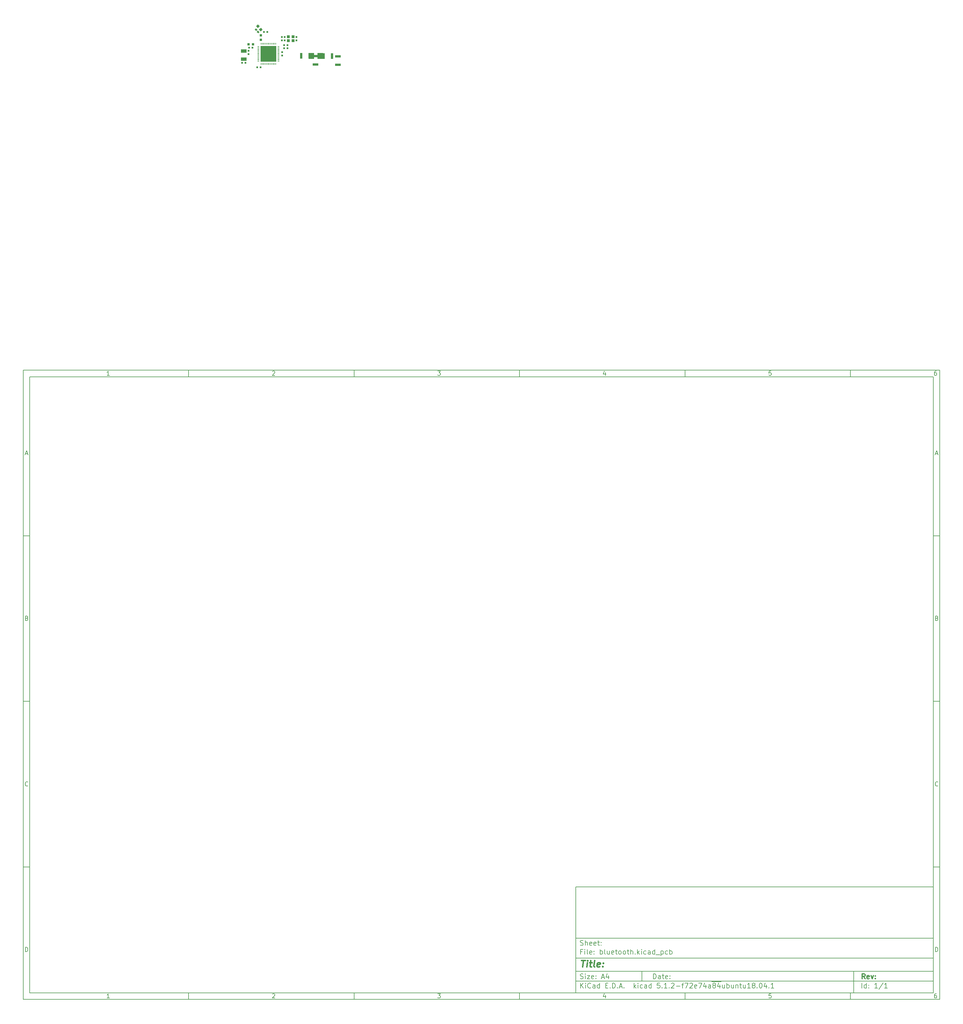
<source format=gbr>
%TF.GenerationSoftware,KiCad,Pcbnew,5.1.2-f72e74a~84~ubuntu18.04.1*%
%TF.CreationDate,2019-07-21T14:48:09+03:00*%
%TF.ProjectId,bluetooth,626c7565-746f-46f7-9468-2e6b69636164,rev?*%
%TF.SameCoordinates,Original*%
%TF.FileFunction,Paste,Top*%
%TF.FilePolarity,Positive*%
%FSLAX46Y46*%
G04 Gerber Fmt 4.6, Leading zero omitted, Abs format (unit mm)*
G04 Created by KiCad (PCBNEW 5.1.2-f72e74a~84~ubuntu18.04.1) date 2019-07-21 14:48:09*
%MOMM*%
%LPD*%
G04 APERTURE LIST*
%ADD10C,0.100000*%
%ADD11C,0.150000*%
%ADD12C,0.300000*%
%ADD13C,0.400000*%
%ADD14R,0.800000X1.750000*%
%ADD15R,1.750000X0.800000*%
%ADD16O,0.650000X0.200000*%
%ADD17O,0.200000X0.650000*%
%ADD18R,4.700000X4.700000*%
%ADD19R,0.600000X0.500000*%
%ADD20C,0.750000*%
%ADD21C,0.500000*%
%ADD22R,0.800000X0.750000*%
%ADD23R,0.500000X0.600000*%
%ADD24R,0.950000X0.850000*%
%ADD25R,0.750000X0.800000*%
%ADD26R,1.800000X1.000000*%
G04 APERTURE END LIST*
D10*
D11*
X177002200Y-166007200D02*
X177002200Y-198007200D01*
X285002200Y-198007200D01*
X285002200Y-166007200D01*
X177002200Y-166007200D01*
D10*
D11*
X10000000Y-10000000D02*
X10000000Y-200007200D01*
X287002200Y-200007200D01*
X287002200Y-10000000D01*
X10000000Y-10000000D01*
D10*
D11*
X12000000Y-12000000D02*
X12000000Y-198007200D01*
X285002200Y-198007200D01*
X285002200Y-12000000D01*
X12000000Y-12000000D01*
D10*
D11*
X60000000Y-12000000D02*
X60000000Y-10000000D01*
D10*
D11*
X110000000Y-12000000D02*
X110000000Y-10000000D01*
D10*
D11*
X160000000Y-12000000D02*
X160000000Y-10000000D01*
D10*
D11*
X210000000Y-12000000D02*
X210000000Y-10000000D01*
D10*
D11*
X260000000Y-12000000D02*
X260000000Y-10000000D01*
D10*
D11*
X36065476Y-11588095D02*
X35322619Y-11588095D01*
X35694047Y-11588095D02*
X35694047Y-10288095D01*
X35570238Y-10473809D01*
X35446428Y-10597619D01*
X35322619Y-10659523D01*
D10*
D11*
X85322619Y-10411904D02*
X85384523Y-10350000D01*
X85508333Y-10288095D01*
X85817857Y-10288095D01*
X85941666Y-10350000D01*
X86003571Y-10411904D01*
X86065476Y-10535714D01*
X86065476Y-10659523D01*
X86003571Y-10845238D01*
X85260714Y-11588095D01*
X86065476Y-11588095D01*
D10*
D11*
X135260714Y-10288095D02*
X136065476Y-10288095D01*
X135632142Y-10783333D01*
X135817857Y-10783333D01*
X135941666Y-10845238D01*
X136003571Y-10907142D01*
X136065476Y-11030952D01*
X136065476Y-11340476D01*
X136003571Y-11464285D01*
X135941666Y-11526190D01*
X135817857Y-11588095D01*
X135446428Y-11588095D01*
X135322619Y-11526190D01*
X135260714Y-11464285D01*
D10*
D11*
X185941666Y-10721428D02*
X185941666Y-11588095D01*
X185632142Y-10226190D02*
X185322619Y-11154761D01*
X186127380Y-11154761D01*
D10*
D11*
X236003571Y-10288095D02*
X235384523Y-10288095D01*
X235322619Y-10907142D01*
X235384523Y-10845238D01*
X235508333Y-10783333D01*
X235817857Y-10783333D01*
X235941666Y-10845238D01*
X236003571Y-10907142D01*
X236065476Y-11030952D01*
X236065476Y-11340476D01*
X236003571Y-11464285D01*
X235941666Y-11526190D01*
X235817857Y-11588095D01*
X235508333Y-11588095D01*
X235384523Y-11526190D01*
X235322619Y-11464285D01*
D10*
D11*
X285941666Y-10288095D02*
X285694047Y-10288095D01*
X285570238Y-10350000D01*
X285508333Y-10411904D01*
X285384523Y-10597619D01*
X285322619Y-10845238D01*
X285322619Y-11340476D01*
X285384523Y-11464285D01*
X285446428Y-11526190D01*
X285570238Y-11588095D01*
X285817857Y-11588095D01*
X285941666Y-11526190D01*
X286003571Y-11464285D01*
X286065476Y-11340476D01*
X286065476Y-11030952D01*
X286003571Y-10907142D01*
X285941666Y-10845238D01*
X285817857Y-10783333D01*
X285570238Y-10783333D01*
X285446428Y-10845238D01*
X285384523Y-10907142D01*
X285322619Y-11030952D01*
D10*
D11*
X60000000Y-198007200D02*
X60000000Y-200007200D01*
D10*
D11*
X110000000Y-198007200D02*
X110000000Y-200007200D01*
D10*
D11*
X160000000Y-198007200D02*
X160000000Y-200007200D01*
D10*
D11*
X210000000Y-198007200D02*
X210000000Y-200007200D01*
D10*
D11*
X260000000Y-198007200D02*
X260000000Y-200007200D01*
D10*
D11*
X36065476Y-199595295D02*
X35322619Y-199595295D01*
X35694047Y-199595295D02*
X35694047Y-198295295D01*
X35570238Y-198481009D01*
X35446428Y-198604819D01*
X35322619Y-198666723D01*
D10*
D11*
X85322619Y-198419104D02*
X85384523Y-198357200D01*
X85508333Y-198295295D01*
X85817857Y-198295295D01*
X85941666Y-198357200D01*
X86003571Y-198419104D01*
X86065476Y-198542914D01*
X86065476Y-198666723D01*
X86003571Y-198852438D01*
X85260714Y-199595295D01*
X86065476Y-199595295D01*
D10*
D11*
X135260714Y-198295295D02*
X136065476Y-198295295D01*
X135632142Y-198790533D01*
X135817857Y-198790533D01*
X135941666Y-198852438D01*
X136003571Y-198914342D01*
X136065476Y-199038152D01*
X136065476Y-199347676D01*
X136003571Y-199471485D01*
X135941666Y-199533390D01*
X135817857Y-199595295D01*
X135446428Y-199595295D01*
X135322619Y-199533390D01*
X135260714Y-199471485D01*
D10*
D11*
X185941666Y-198728628D02*
X185941666Y-199595295D01*
X185632142Y-198233390D02*
X185322619Y-199161961D01*
X186127380Y-199161961D01*
D10*
D11*
X236003571Y-198295295D02*
X235384523Y-198295295D01*
X235322619Y-198914342D01*
X235384523Y-198852438D01*
X235508333Y-198790533D01*
X235817857Y-198790533D01*
X235941666Y-198852438D01*
X236003571Y-198914342D01*
X236065476Y-199038152D01*
X236065476Y-199347676D01*
X236003571Y-199471485D01*
X235941666Y-199533390D01*
X235817857Y-199595295D01*
X235508333Y-199595295D01*
X235384523Y-199533390D01*
X235322619Y-199471485D01*
D10*
D11*
X285941666Y-198295295D02*
X285694047Y-198295295D01*
X285570238Y-198357200D01*
X285508333Y-198419104D01*
X285384523Y-198604819D01*
X285322619Y-198852438D01*
X285322619Y-199347676D01*
X285384523Y-199471485D01*
X285446428Y-199533390D01*
X285570238Y-199595295D01*
X285817857Y-199595295D01*
X285941666Y-199533390D01*
X286003571Y-199471485D01*
X286065476Y-199347676D01*
X286065476Y-199038152D01*
X286003571Y-198914342D01*
X285941666Y-198852438D01*
X285817857Y-198790533D01*
X285570238Y-198790533D01*
X285446428Y-198852438D01*
X285384523Y-198914342D01*
X285322619Y-199038152D01*
D10*
D11*
X10000000Y-60000000D02*
X12000000Y-60000000D01*
D10*
D11*
X10000000Y-110000000D02*
X12000000Y-110000000D01*
D10*
D11*
X10000000Y-160000000D02*
X12000000Y-160000000D01*
D10*
D11*
X10690476Y-35216666D02*
X11309523Y-35216666D01*
X10566666Y-35588095D02*
X11000000Y-34288095D01*
X11433333Y-35588095D01*
D10*
D11*
X11092857Y-84907142D02*
X11278571Y-84969047D01*
X11340476Y-85030952D01*
X11402380Y-85154761D01*
X11402380Y-85340476D01*
X11340476Y-85464285D01*
X11278571Y-85526190D01*
X11154761Y-85588095D01*
X10659523Y-85588095D01*
X10659523Y-84288095D01*
X11092857Y-84288095D01*
X11216666Y-84350000D01*
X11278571Y-84411904D01*
X11340476Y-84535714D01*
X11340476Y-84659523D01*
X11278571Y-84783333D01*
X11216666Y-84845238D01*
X11092857Y-84907142D01*
X10659523Y-84907142D01*
D10*
D11*
X11402380Y-135464285D02*
X11340476Y-135526190D01*
X11154761Y-135588095D01*
X11030952Y-135588095D01*
X10845238Y-135526190D01*
X10721428Y-135402380D01*
X10659523Y-135278571D01*
X10597619Y-135030952D01*
X10597619Y-134845238D01*
X10659523Y-134597619D01*
X10721428Y-134473809D01*
X10845238Y-134350000D01*
X11030952Y-134288095D01*
X11154761Y-134288095D01*
X11340476Y-134350000D01*
X11402380Y-134411904D01*
D10*
D11*
X10659523Y-185588095D02*
X10659523Y-184288095D01*
X10969047Y-184288095D01*
X11154761Y-184350000D01*
X11278571Y-184473809D01*
X11340476Y-184597619D01*
X11402380Y-184845238D01*
X11402380Y-185030952D01*
X11340476Y-185278571D01*
X11278571Y-185402380D01*
X11154761Y-185526190D01*
X10969047Y-185588095D01*
X10659523Y-185588095D01*
D10*
D11*
X287002200Y-60000000D02*
X285002200Y-60000000D01*
D10*
D11*
X287002200Y-110000000D02*
X285002200Y-110000000D01*
D10*
D11*
X287002200Y-160000000D02*
X285002200Y-160000000D01*
D10*
D11*
X285692676Y-35216666D02*
X286311723Y-35216666D01*
X285568866Y-35588095D02*
X286002200Y-34288095D01*
X286435533Y-35588095D01*
D10*
D11*
X286095057Y-84907142D02*
X286280771Y-84969047D01*
X286342676Y-85030952D01*
X286404580Y-85154761D01*
X286404580Y-85340476D01*
X286342676Y-85464285D01*
X286280771Y-85526190D01*
X286156961Y-85588095D01*
X285661723Y-85588095D01*
X285661723Y-84288095D01*
X286095057Y-84288095D01*
X286218866Y-84350000D01*
X286280771Y-84411904D01*
X286342676Y-84535714D01*
X286342676Y-84659523D01*
X286280771Y-84783333D01*
X286218866Y-84845238D01*
X286095057Y-84907142D01*
X285661723Y-84907142D01*
D10*
D11*
X286404580Y-135464285D02*
X286342676Y-135526190D01*
X286156961Y-135588095D01*
X286033152Y-135588095D01*
X285847438Y-135526190D01*
X285723628Y-135402380D01*
X285661723Y-135278571D01*
X285599819Y-135030952D01*
X285599819Y-134845238D01*
X285661723Y-134597619D01*
X285723628Y-134473809D01*
X285847438Y-134350000D01*
X286033152Y-134288095D01*
X286156961Y-134288095D01*
X286342676Y-134350000D01*
X286404580Y-134411904D01*
D10*
D11*
X285661723Y-185588095D02*
X285661723Y-184288095D01*
X285971247Y-184288095D01*
X286156961Y-184350000D01*
X286280771Y-184473809D01*
X286342676Y-184597619D01*
X286404580Y-184845238D01*
X286404580Y-185030952D01*
X286342676Y-185278571D01*
X286280771Y-185402380D01*
X286156961Y-185526190D01*
X285971247Y-185588095D01*
X285661723Y-185588095D01*
D10*
D11*
X200434342Y-193785771D02*
X200434342Y-192285771D01*
X200791485Y-192285771D01*
X201005771Y-192357200D01*
X201148628Y-192500057D01*
X201220057Y-192642914D01*
X201291485Y-192928628D01*
X201291485Y-193142914D01*
X201220057Y-193428628D01*
X201148628Y-193571485D01*
X201005771Y-193714342D01*
X200791485Y-193785771D01*
X200434342Y-193785771D01*
X202577200Y-193785771D02*
X202577200Y-193000057D01*
X202505771Y-192857200D01*
X202362914Y-192785771D01*
X202077200Y-192785771D01*
X201934342Y-192857200D01*
X202577200Y-193714342D02*
X202434342Y-193785771D01*
X202077200Y-193785771D01*
X201934342Y-193714342D01*
X201862914Y-193571485D01*
X201862914Y-193428628D01*
X201934342Y-193285771D01*
X202077200Y-193214342D01*
X202434342Y-193214342D01*
X202577200Y-193142914D01*
X203077200Y-192785771D02*
X203648628Y-192785771D01*
X203291485Y-192285771D02*
X203291485Y-193571485D01*
X203362914Y-193714342D01*
X203505771Y-193785771D01*
X203648628Y-193785771D01*
X204720057Y-193714342D02*
X204577200Y-193785771D01*
X204291485Y-193785771D01*
X204148628Y-193714342D01*
X204077200Y-193571485D01*
X204077200Y-193000057D01*
X204148628Y-192857200D01*
X204291485Y-192785771D01*
X204577200Y-192785771D01*
X204720057Y-192857200D01*
X204791485Y-193000057D01*
X204791485Y-193142914D01*
X204077200Y-193285771D01*
X205434342Y-193642914D02*
X205505771Y-193714342D01*
X205434342Y-193785771D01*
X205362914Y-193714342D01*
X205434342Y-193642914D01*
X205434342Y-193785771D01*
X205434342Y-192857200D02*
X205505771Y-192928628D01*
X205434342Y-193000057D01*
X205362914Y-192928628D01*
X205434342Y-192857200D01*
X205434342Y-193000057D01*
D10*
D11*
X177002200Y-194507200D02*
X285002200Y-194507200D01*
D10*
D11*
X178434342Y-196585771D02*
X178434342Y-195085771D01*
X179291485Y-196585771D02*
X178648628Y-195728628D01*
X179291485Y-195085771D02*
X178434342Y-195942914D01*
X179934342Y-196585771D02*
X179934342Y-195585771D01*
X179934342Y-195085771D02*
X179862914Y-195157200D01*
X179934342Y-195228628D01*
X180005771Y-195157200D01*
X179934342Y-195085771D01*
X179934342Y-195228628D01*
X181505771Y-196442914D02*
X181434342Y-196514342D01*
X181220057Y-196585771D01*
X181077200Y-196585771D01*
X180862914Y-196514342D01*
X180720057Y-196371485D01*
X180648628Y-196228628D01*
X180577200Y-195942914D01*
X180577200Y-195728628D01*
X180648628Y-195442914D01*
X180720057Y-195300057D01*
X180862914Y-195157200D01*
X181077200Y-195085771D01*
X181220057Y-195085771D01*
X181434342Y-195157200D01*
X181505771Y-195228628D01*
X182791485Y-196585771D02*
X182791485Y-195800057D01*
X182720057Y-195657200D01*
X182577200Y-195585771D01*
X182291485Y-195585771D01*
X182148628Y-195657200D01*
X182791485Y-196514342D02*
X182648628Y-196585771D01*
X182291485Y-196585771D01*
X182148628Y-196514342D01*
X182077200Y-196371485D01*
X182077200Y-196228628D01*
X182148628Y-196085771D01*
X182291485Y-196014342D01*
X182648628Y-196014342D01*
X182791485Y-195942914D01*
X184148628Y-196585771D02*
X184148628Y-195085771D01*
X184148628Y-196514342D02*
X184005771Y-196585771D01*
X183720057Y-196585771D01*
X183577200Y-196514342D01*
X183505771Y-196442914D01*
X183434342Y-196300057D01*
X183434342Y-195871485D01*
X183505771Y-195728628D01*
X183577200Y-195657200D01*
X183720057Y-195585771D01*
X184005771Y-195585771D01*
X184148628Y-195657200D01*
X186005771Y-195800057D02*
X186505771Y-195800057D01*
X186720057Y-196585771D02*
X186005771Y-196585771D01*
X186005771Y-195085771D01*
X186720057Y-195085771D01*
X187362914Y-196442914D02*
X187434342Y-196514342D01*
X187362914Y-196585771D01*
X187291485Y-196514342D01*
X187362914Y-196442914D01*
X187362914Y-196585771D01*
X188077200Y-196585771D02*
X188077200Y-195085771D01*
X188434342Y-195085771D01*
X188648628Y-195157200D01*
X188791485Y-195300057D01*
X188862914Y-195442914D01*
X188934342Y-195728628D01*
X188934342Y-195942914D01*
X188862914Y-196228628D01*
X188791485Y-196371485D01*
X188648628Y-196514342D01*
X188434342Y-196585771D01*
X188077200Y-196585771D01*
X189577200Y-196442914D02*
X189648628Y-196514342D01*
X189577200Y-196585771D01*
X189505771Y-196514342D01*
X189577200Y-196442914D01*
X189577200Y-196585771D01*
X190220057Y-196157200D02*
X190934342Y-196157200D01*
X190077200Y-196585771D02*
X190577200Y-195085771D01*
X191077200Y-196585771D01*
X191577200Y-196442914D02*
X191648628Y-196514342D01*
X191577200Y-196585771D01*
X191505771Y-196514342D01*
X191577200Y-196442914D01*
X191577200Y-196585771D01*
X194577200Y-196585771D02*
X194577200Y-195085771D01*
X194720057Y-196014342D02*
X195148628Y-196585771D01*
X195148628Y-195585771D02*
X194577200Y-196157200D01*
X195791485Y-196585771D02*
X195791485Y-195585771D01*
X195791485Y-195085771D02*
X195720057Y-195157200D01*
X195791485Y-195228628D01*
X195862914Y-195157200D01*
X195791485Y-195085771D01*
X195791485Y-195228628D01*
X197148628Y-196514342D02*
X197005771Y-196585771D01*
X196720057Y-196585771D01*
X196577200Y-196514342D01*
X196505771Y-196442914D01*
X196434342Y-196300057D01*
X196434342Y-195871485D01*
X196505771Y-195728628D01*
X196577200Y-195657200D01*
X196720057Y-195585771D01*
X197005771Y-195585771D01*
X197148628Y-195657200D01*
X198434342Y-196585771D02*
X198434342Y-195800057D01*
X198362914Y-195657200D01*
X198220057Y-195585771D01*
X197934342Y-195585771D01*
X197791485Y-195657200D01*
X198434342Y-196514342D02*
X198291485Y-196585771D01*
X197934342Y-196585771D01*
X197791485Y-196514342D01*
X197720057Y-196371485D01*
X197720057Y-196228628D01*
X197791485Y-196085771D01*
X197934342Y-196014342D01*
X198291485Y-196014342D01*
X198434342Y-195942914D01*
X199791485Y-196585771D02*
X199791485Y-195085771D01*
X199791485Y-196514342D02*
X199648628Y-196585771D01*
X199362914Y-196585771D01*
X199220057Y-196514342D01*
X199148628Y-196442914D01*
X199077200Y-196300057D01*
X199077200Y-195871485D01*
X199148628Y-195728628D01*
X199220057Y-195657200D01*
X199362914Y-195585771D01*
X199648628Y-195585771D01*
X199791485Y-195657200D01*
X202362914Y-195085771D02*
X201648628Y-195085771D01*
X201577200Y-195800057D01*
X201648628Y-195728628D01*
X201791485Y-195657200D01*
X202148628Y-195657200D01*
X202291485Y-195728628D01*
X202362914Y-195800057D01*
X202434342Y-195942914D01*
X202434342Y-196300057D01*
X202362914Y-196442914D01*
X202291485Y-196514342D01*
X202148628Y-196585771D01*
X201791485Y-196585771D01*
X201648628Y-196514342D01*
X201577200Y-196442914D01*
X203077200Y-196442914D02*
X203148628Y-196514342D01*
X203077200Y-196585771D01*
X203005771Y-196514342D01*
X203077200Y-196442914D01*
X203077200Y-196585771D01*
X204577200Y-196585771D02*
X203720057Y-196585771D01*
X204148628Y-196585771D02*
X204148628Y-195085771D01*
X204005771Y-195300057D01*
X203862914Y-195442914D01*
X203720057Y-195514342D01*
X205220057Y-196442914D02*
X205291485Y-196514342D01*
X205220057Y-196585771D01*
X205148628Y-196514342D01*
X205220057Y-196442914D01*
X205220057Y-196585771D01*
X205862914Y-195228628D02*
X205934342Y-195157200D01*
X206077200Y-195085771D01*
X206434342Y-195085771D01*
X206577200Y-195157200D01*
X206648628Y-195228628D01*
X206720057Y-195371485D01*
X206720057Y-195514342D01*
X206648628Y-195728628D01*
X205791485Y-196585771D01*
X206720057Y-196585771D01*
X207362914Y-196014342D02*
X208505771Y-196014342D01*
X209005771Y-195585771D02*
X209577200Y-195585771D01*
X209220057Y-196585771D02*
X209220057Y-195300057D01*
X209291485Y-195157200D01*
X209434342Y-195085771D01*
X209577200Y-195085771D01*
X209934342Y-195085771D02*
X210934342Y-195085771D01*
X210291485Y-196585771D01*
X211434342Y-195228628D02*
X211505771Y-195157200D01*
X211648628Y-195085771D01*
X212005771Y-195085771D01*
X212148628Y-195157200D01*
X212220057Y-195228628D01*
X212291485Y-195371485D01*
X212291485Y-195514342D01*
X212220057Y-195728628D01*
X211362914Y-196585771D01*
X212291485Y-196585771D01*
X213505771Y-196514342D02*
X213362914Y-196585771D01*
X213077200Y-196585771D01*
X212934342Y-196514342D01*
X212862914Y-196371485D01*
X212862914Y-195800057D01*
X212934342Y-195657200D01*
X213077200Y-195585771D01*
X213362914Y-195585771D01*
X213505771Y-195657200D01*
X213577200Y-195800057D01*
X213577200Y-195942914D01*
X212862914Y-196085771D01*
X214077200Y-195085771D02*
X215077200Y-195085771D01*
X214434342Y-196585771D01*
X216291485Y-195585771D02*
X216291485Y-196585771D01*
X215934342Y-195014342D02*
X215577200Y-196085771D01*
X216505771Y-196085771D01*
X217720057Y-196585771D02*
X217720057Y-195800057D01*
X217648628Y-195657200D01*
X217505771Y-195585771D01*
X217220057Y-195585771D01*
X217077200Y-195657200D01*
X217720057Y-196514342D02*
X217577200Y-196585771D01*
X217220057Y-196585771D01*
X217077200Y-196514342D01*
X217005771Y-196371485D01*
X217005771Y-196228628D01*
X217077200Y-196085771D01*
X217220057Y-196014342D01*
X217577200Y-196014342D01*
X217720057Y-195942914D01*
X218077200Y-194677200D02*
X219505771Y-194677200D01*
X218648628Y-195728628D02*
X218505771Y-195657200D01*
X218434342Y-195585771D01*
X218362914Y-195442914D01*
X218362914Y-195371485D01*
X218434342Y-195228628D01*
X218505771Y-195157200D01*
X218648628Y-195085771D01*
X218934342Y-195085771D01*
X219077200Y-195157200D01*
X219148628Y-195228628D01*
X219220057Y-195371485D01*
X219220057Y-195442914D01*
X219148628Y-195585771D01*
X219077200Y-195657200D01*
X218934342Y-195728628D01*
X218648628Y-195728628D01*
X218505771Y-195800057D01*
X218434342Y-195871485D01*
X218362914Y-196014342D01*
X218362914Y-196300057D01*
X218434342Y-196442914D01*
X218505771Y-196514342D01*
X218648628Y-196585771D01*
X218934342Y-196585771D01*
X219077200Y-196514342D01*
X219148628Y-196442914D01*
X219220057Y-196300057D01*
X219220057Y-196014342D01*
X219148628Y-195871485D01*
X219077200Y-195800057D01*
X218934342Y-195728628D01*
X219505771Y-194677200D02*
X220934342Y-194677200D01*
X220505771Y-195585771D02*
X220505771Y-196585771D01*
X220148628Y-195014342D02*
X219791485Y-196085771D01*
X220720057Y-196085771D01*
X221934342Y-195585771D02*
X221934342Y-196585771D01*
X221291485Y-195585771D02*
X221291485Y-196371485D01*
X221362914Y-196514342D01*
X221505771Y-196585771D01*
X221720057Y-196585771D01*
X221862914Y-196514342D01*
X221934342Y-196442914D01*
X222648628Y-196585771D02*
X222648628Y-195085771D01*
X222648628Y-195657200D02*
X222791485Y-195585771D01*
X223077200Y-195585771D01*
X223220057Y-195657200D01*
X223291485Y-195728628D01*
X223362914Y-195871485D01*
X223362914Y-196300057D01*
X223291485Y-196442914D01*
X223220057Y-196514342D01*
X223077200Y-196585771D01*
X222791485Y-196585771D01*
X222648628Y-196514342D01*
X224648628Y-195585771D02*
X224648628Y-196585771D01*
X224005771Y-195585771D02*
X224005771Y-196371485D01*
X224077200Y-196514342D01*
X224220057Y-196585771D01*
X224434342Y-196585771D01*
X224577200Y-196514342D01*
X224648628Y-196442914D01*
X225362914Y-195585771D02*
X225362914Y-196585771D01*
X225362914Y-195728628D02*
X225434342Y-195657200D01*
X225577200Y-195585771D01*
X225791485Y-195585771D01*
X225934342Y-195657200D01*
X226005771Y-195800057D01*
X226005771Y-196585771D01*
X226505771Y-195585771D02*
X227077200Y-195585771D01*
X226720057Y-195085771D02*
X226720057Y-196371485D01*
X226791485Y-196514342D01*
X226934342Y-196585771D01*
X227077200Y-196585771D01*
X228220057Y-195585771D02*
X228220057Y-196585771D01*
X227577200Y-195585771D02*
X227577200Y-196371485D01*
X227648628Y-196514342D01*
X227791485Y-196585771D01*
X228005771Y-196585771D01*
X228148628Y-196514342D01*
X228220057Y-196442914D01*
X229720057Y-196585771D02*
X228862914Y-196585771D01*
X229291485Y-196585771D02*
X229291485Y-195085771D01*
X229148628Y-195300057D01*
X229005771Y-195442914D01*
X228862914Y-195514342D01*
X230577200Y-195728628D02*
X230434342Y-195657200D01*
X230362914Y-195585771D01*
X230291485Y-195442914D01*
X230291485Y-195371485D01*
X230362914Y-195228628D01*
X230434342Y-195157200D01*
X230577200Y-195085771D01*
X230862914Y-195085771D01*
X231005771Y-195157200D01*
X231077200Y-195228628D01*
X231148628Y-195371485D01*
X231148628Y-195442914D01*
X231077200Y-195585771D01*
X231005771Y-195657200D01*
X230862914Y-195728628D01*
X230577200Y-195728628D01*
X230434342Y-195800057D01*
X230362914Y-195871485D01*
X230291485Y-196014342D01*
X230291485Y-196300057D01*
X230362914Y-196442914D01*
X230434342Y-196514342D01*
X230577200Y-196585771D01*
X230862914Y-196585771D01*
X231005771Y-196514342D01*
X231077200Y-196442914D01*
X231148628Y-196300057D01*
X231148628Y-196014342D01*
X231077200Y-195871485D01*
X231005771Y-195800057D01*
X230862914Y-195728628D01*
X231791485Y-196442914D02*
X231862914Y-196514342D01*
X231791485Y-196585771D01*
X231720057Y-196514342D01*
X231791485Y-196442914D01*
X231791485Y-196585771D01*
X232791485Y-195085771D02*
X232934342Y-195085771D01*
X233077200Y-195157200D01*
X233148628Y-195228628D01*
X233220057Y-195371485D01*
X233291485Y-195657200D01*
X233291485Y-196014342D01*
X233220057Y-196300057D01*
X233148628Y-196442914D01*
X233077200Y-196514342D01*
X232934342Y-196585771D01*
X232791485Y-196585771D01*
X232648628Y-196514342D01*
X232577200Y-196442914D01*
X232505771Y-196300057D01*
X232434342Y-196014342D01*
X232434342Y-195657200D01*
X232505771Y-195371485D01*
X232577200Y-195228628D01*
X232648628Y-195157200D01*
X232791485Y-195085771D01*
X234577200Y-195585771D02*
X234577200Y-196585771D01*
X234220057Y-195014342D02*
X233862914Y-196085771D01*
X234791485Y-196085771D01*
X235362914Y-196442914D02*
X235434342Y-196514342D01*
X235362914Y-196585771D01*
X235291485Y-196514342D01*
X235362914Y-196442914D01*
X235362914Y-196585771D01*
X236862914Y-196585771D02*
X236005771Y-196585771D01*
X236434342Y-196585771D02*
X236434342Y-195085771D01*
X236291485Y-195300057D01*
X236148628Y-195442914D01*
X236005771Y-195514342D01*
D10*
D11*
X177002200Y-191507200D02*
X285002200Y-191507200D01*
D10*
D12*
X264411485Y-193785771D02*
X263911485Y-193071485D01*
X263554342Y-193785771D02*
X263554342Y-192285771D01*
X264125771Y-192285771D01*
X264268628Y-192357200D01*
X264340057Y-192428628D01*
X264411485Y-192571485D01*
X264411485Y-192785771D01*
X264340057Y-192928628D01*
X264268628Y-193000057D01*
X264125771Y-193071485D01*
X263554342Y-193071485D01*
X265625771Y-193714342D02*
X265482914Y-193785771D01*
X265197200Y-193785771D01*
X265054342Y-193714342D01*
X264982914Y-193571485D01*
X264982914Y-193000057D01*
X265054342Y-192857200D01*
X265197200Y-192785771D01*
X265482914Y-192785771D01*
X265625771Y-192857200D01*
X265697200Y-193000057D01*
X265697200Y-193142914D01*
X264982914Y-193285771D01*
X266197200Y-192785771D02*
X266554342Y-193785771D01*
X266911485Y-192785771D01*
X267482914Y-193642914D02*
X267554342Y-193714342D01*
X267482914Y-193785771D01*
X267411485Y-193714342D01*
X267482914Y-193642914D01*
X267482914Y-193785771D01*
X267482914Y-192857200D02*
X267554342Y-192928628D01*
X267482914Y-193000057D01*
X267411485Y-192928628D01*
X267482914Y-192857200D01*
X267482914Y-193000057D01*
D10*
D11*
X178362914Y-193714342D02*
X178577200Y-193785771D01*
X178934342Y-193785771D01*
X179077200Y-193714342D01*
X179148628Y-193642914D01*
X179220057Y-193500057D01*
X179220057Y-193357200D01*
X179148628Y-193214342D01*
X179077200Y-193142914D01*
X178934342Y-193071485D01*
X178648628Y-193000057D01*
X178505771Y-192928628D01*
X178434342Y-192857200D01*
X178362914Y-192714342D01*
X178362914Y-192571485D01*
X178434342Y-192428628D01*
X178505771Y-192357200D01*
X178648628Y-192285771D01*
X179005771Y-192285771D01*
X179220057Y-192357200D01*
X179862914Y-193785771D02*
X179862914Y-192785771D01*
X179862914Y-192285771D02*
X179791485Y-192357200D01*
X179862914Y-192428628D01*
X179934342Y-192357200D01*
X179862914Y-192285771D01*
X179862914Y-192428628D01*
X180434342Y-192785771D02*
X181220057Y-192785771D01*
X180434342Y-193785771D01*
X181220057Y-193785771D01*
X182362914Y-193714342D02*
X182220057Y-193785771D01*
X181934342Y-193785771D01*
X181791485Y-193714342D01*
X181720057Y-193571485D01*
X181720057Y-193000057D01*
X181791485Y-192857200D01*
X181934342Y-192785771D01*
X182220057Y-192785771D01*
X182362914Y-192857200D01*
X182434342Y-193000057D01*
X182434342Y-193142914D01*
X181720057Y-193285771D01*
X183077200Y-193642914D02*
X183148628Y-193714342D01*
X183077200Y-193785771D01*
X183005771Y-193714342D01*
X183077200Y-193642914D01*
X183077200Y-193785771D01*
X183077200Y-192857200D02*
X183148628Y-192928628D01*
X183077200Y-193000057D01*
X183005771Y-192928628D01*
X183077200Y-192857200D01*
X183077200Y-193000057D01*
X184862914Y-193357200D02*
X185577200Y-193357200D01*
X184720057Y-193785771D02*
X185220057Y-192285771D01*
X185720057Y-193785771D01*
X186862914Y-192785771D02*
X186862914Y-193785771D01*
X186505771Y-192214342D02*
X186148628Y-193285771D01*
X187077200Y-193285771D01*
D10*
D11*
X263434342Y-196585771D02*
X263434342Y-195085771D01*
X264791485Y-196585771D02*
X264791485Y-195085771D01*
X264791485Y-196514342D02*
X264648628Y-196585771D01*
X264362914Y-196585771D01*
X264220057Y-196514342D01*
X264148628Y-196442914D01*
X264077200Y-196300057D01*
X264077200Y-195871485D01*
X264148628Y-195728628D01*
X264220057Y-195657200D01*
X264362914Y-195585771D01*
X264648628Y-195585771D01*
X264791485Y-195657200D01*
X265505771Y-196442914D02*
X265577200Y-196514342D01*
X265505771Y-196585771D01*
X265434342Y-196514342D01*
X265505771Y-196442914D01*
X265505771Y-196585771D01*
X265505771Y-195657200D02*
X265577200Y-195728628D01*
X265505771Y-195800057D01*
X265434342Y-195728628D01*
X265505771Y-195657200D01*
X265505771Y-195800057D01*
X268148628Y-196585771D02*
X267291485Y-196585771D01*
X267720057Y-196585771D02*
X267720057Y-195085771D01*
X267577200Y-195300057D01*
X267434342Y-195442914D01*
X267291485Y-195514342D01*
X269862914Y-195014342D02*
X268577200Y-196942914D01*
X271148628Y-196585771D02*
X270291485Y-196585771D01*
X270720057Y-196585771D02*
X270720057Y-195085771D01*
X270577200Y-195300057D01*
X270434342Y-195442914D01*
X270291485Y-195514342D01*
D10*
D11*
X177002200Y-187507200D02*
X285002200Y-187507200D01*
D10*
D13*
X178714580Y-188211961D02*
X179857438Y-188211961D01*
X179036009Y-190211961D02*
X179286009Y-188211961D01*
X180274104Y-190211961D02*
X180440771Y-188878628D01*
X180524104Y-188211961D02*
X180416961Y-188307200D01*
X180500295Y-188402438D01*
X180607438Y-188307200D01*
X180524104Y-188211961D01*
X180500295Y-188402438D01*
X181107438Y-188878628D02*
X181869342Y-188878628D01*
X181476485Y-188211961D02*
X181262200Y-189926247D01*
X181333628Y-190116723D01*
X181512200Y-190211961D01*
X181702676Y-190211961D01*
X182655057Y-190211961D02*
X182476485Y-190116723D01*
X182405057Y-189926247D01*
X182619342Y-188211961D01*
X184190771Y-190116723D02*
X183988390Y-190211961D01*
X183607438Y-190211961D01*
X183428866Y-190116723D01*
X183357438Y-189926247D01*
X183452676Y-189164342D01*
X183571723Y-188973866D01*
X183774104Y-188878628D01*
X184155057Y-188878628D01*
X184333628Y-188973866D01*
X184405057Y-189164342D01*
X184381247Y-189354819D01*
X183405057Y-189545295D01*
X185155057Y-190021485D02*
X185238390Y-190116723D01*
X185131247Y-190211961D01*
X185047914Y-190116723D01*
X185155057Y-190021485D01*
X185131247Y-190211961D01*
X185286009Y-188973866D02*
X185369342Y-189069104D01*
X185262200Y-189164342D01*
X185178866Y-189069104D01*
X185286009Y-188973866D01*
X185262200Y-189164342D01*
D10*
D11*
X178934342Y-185600057D02*
X178434342Y-185600057D01*
X178434342Y-186385771D02*
X178434342Y-184885771D01*
X179148628Y-184885771D01*
X179720057Y-186385771D02*
X179720057Y-185385771D01*
X179720057Y-184885771D02*
X179648628Y-184957200D01*
X179720057Y-185028628D01*
X179791485Y-184957200D01*
X179720057Y-184885771D01*
X179720057Y-185028628D01*
X180648628Y-186385771D02*
X180505771Y-186314342D01*
X180434342Y-186171485D01*
X180434342Y-184885771D01*
X181791485Y-186314342D02*
X181648628Y-186385771D01*
X181362914Y-186385771D01*
X181220057Y-186314342D01*
X181148628Y-186171485D01*
X181148628Y-185600057D01*
X181220057Y-185457200D01*
X181362914Y-185385771D01*
X181648628Y-185385771D01*
X181791485Y-185457200D01*
X181862914Y-185600057D01*
X181862914Y-185742914D01*
X181148628Y-185885771D01*
X182505771Y-186242914D02*
X182577200Y-186314342D01*
X182505771Y-186385771D01*
X182434342Y-186314342D01*
X182505771Y-186242914D01*
X182505771Y-186385771D01*
X182505771Y-185457200D02*
X182577200Y-185528628D01*
X182505771Y-185600057D01*
X182434342Y-185528628D01*
X182505771Y-185457200D01*
X182505771Y-185600057D01*
X184362914Y-186385771D02*
X184362914Y-184885771D01*
X184362914Y-185457200D02*
X184505771Y-185385771D01*
X184791485Y-185385771D01*
X184934342Y-185457200D01*
X185005771Y-185528628D01*
X185077200Y-185671485D01*
X185077200Y-186100057D01*
X185005771Y-186242914D01*
X184934342Y-186314342D01*
X184791485Y-186385771D01*
X184505771Y-186385771D01*
X184362914Y-186314342D01*
X185934342Y-186385771D02*
X185791485Y-186314342D01*
X185720057Y-186171485D01*
X185720057Y-184885771D01*
X187148628Y-185385771D02*
X187148628Y-186385771D01*
X186505771Y-185385771D02*
X186505771Y-186171485D01*
X186577200Y-186314342D01*
X186720057Y-186385771D01*
X186934342Y-186385771D01*
X187077200Y-186314342D01*
X187148628Y-186242914D01*
X188434342Y-186314342D02*
X188291485Y-186385771D01*
X188005771Y-186385771D01*
X187862914Y-186314342D01*
X187791485Y-186171485D01*
X187791485Y-185600057D01*
X187862914Y-185457200D01*
X188005771Y-185385771D01*
X188291485Y-185385771D01*
X188434342Y-185457200D01*
X188505771Y-185600057D01*
X188505771Y-185742914D01*
X187791485Y-185885771D01*
X188934342Y-185385771D02*
X189505771Y-185385771D01*
X189148628Y-184885771D02*
X189148628Y-186171485D01*
X189220057Y-186314342D01*
X189362914Y-186385771D01*
X189505771Y-186385771D01*
X190220057Y-186385771D02*
X190077200Y-186314342D01*
X190005771Y-186242914D01*
X189934342Y-186100057D01*
X189934342Y-185671485D01*
X190005771Y-185528628D01*
X190077200Y-185457200D01*
X190220057Y-185385771D01*
X190434342Y-185385771D01*
X190577200Y-185457200D01*
X190648628Y-185528628D01*
X190720057Y-185671485D01*
X190720057Y-186100057D01*
X190648628Y-186242914D01*
X190577200Y-186314342D01*
X190434342Y-186385771D01*
X190220057Y-186385771D01*
X191577200Y-186385771D02*
X191434342Y-186314342D01*
X191362914Y-186242914D01*
X191291485Y-186100057D01*
X191291485Y-185671485D01*
X191362914Y-185528628D01*
X191434342Y-185457200D01*
X191577200Y-185385771D01*
X191791485Y-185385771D01*
X191934342Y-185457200D01*
X192005771Y-185528628D01*
X192077200Y-185671485D01*
X192077200Y-186100057D01*
X192005771Y-186242914D01*
X191934342Y-186314342D01*
X191791485Y-186385771D01*
X191577200Y-186385771D01*
X192505771Y-185385771D02*
X193077200Y-185385771D01*
X192720057Y-184885771D02*
X192720057Y-186171485D01*
X192791485Y-186314342D01*
X192934342Y-186385771D01*
X193077200Y-186385771D01*
X193577200Y-186385771D02*
X193577200Y-184885771D01*
X194220057Y-186385771D02*
X194220057Y-185600057D01*
X194148628Y-185457200D01*
X194005771Y-185385771D01*
X193791485Y-185385771D01*
X193648628Y-185457200D01*
X193577200Y-185528628D01*
X194934342Y-186242914D02*
X195005771Y-186314342D01*
X194934342Y-186385771D01*
X194862914Y-186314342D01*
X194934342Y-186242914D01*
X194934342Y-186385771D01*
X195648628Y-186385771D02*
X195648628Y-184885771D01*
X195791485Y-185814342D02*
X196220057Y-186385771D01*
X196220057Y-185385771D02*
X195648628Y-185957200D01*
X196862914Y-186385771D02*
X196862914Y-185385771D01*
X196862914Y-184885771D02*
X196791485Y-184957200D01*
X196862914Y-185028628D01*
X196934342Y-184957200D01*
X196862914Y-184885771D01*
X196862914Y-185028628D01*
X198220057Y-186314342D02*
X198077200Y-186385771D01*
X197791485Y-186385771D01*
X197648628Y-186314342D01*
X197577200Y-186242914D01*
X197505771Y-186100057D01*
X197505771Y-185671485D01*
X197577200Y-185528628D01*
X197648628Y-185457200D01*
X197791485Y-185385771D01*
X198077200Y-185385771D01*
X198220057Y-185457200D01*
X199505771Y-186385771D02*
X199505771Y-185600057D01*
X199434342Y-185457200D01*
X199291485Y-185385771D01*
X199005771Y-185385771D01*
X198862914Y-185457200D01*
X199505771Y-186314342D02*
X199362914Y-186385771D01*
X199005771Y-186385771D01*
X198862914Y-186314342D01*
X198791485Y-186171485D01*
X198791485Y-186028628D01*
X198862914Y-185885771D01*
X199005771Y-185814342D01*
X199362914Y-185814342D01*
X199505771Y-185742914D01*
X200862914Y-186385771D02*
X200862914Y-184885771D01*
X200862914Y-186314342D02*
X200720057Y-186385771D01*
X200434342Y-186385771D01*
X200291485Y-186314342D01*
X200220057Y-186242914D01*
X200148628Y-186100057D01*
X200148628Y-185671485D01*
X200220057Y-185528628D01*
X200291485Y-185457200D01*
X200434342Y-185385771D01*
X200720057Y-185385771D01*
X200862914Y-185457200D01*
X201220057Y-186528628D02*
X202362914Y-186528628D01*
X202720057Y-185385771D02*
X202720057Y-186885771D01*
X202720057Y-185457200D02*
X202862914Y-185385771D01*
X203148628Y-185385771D01*
X203291485Y-185457200D01*
X203362914Y-185528628D01*
X203434342Y-185671485D01*
X203434342Y-186100057D01*
X203362914Y-186242914D01*
X203291485Y-186314342D01*
X203148628Y-186385771D01*
X202862914Y-186385771D01*
X202720057Y-186314342D01*
X204720057Y-186314342D02*
X204577200Y-186385771D01*
X204291485Y-186385771D01*
X204148628Y-186314342D01*
X204077200Y-186242914D01*
X204005771Y-186100057D01*
X204005771Y-185671485D01*
X204077200Y-185528628D01*
X204148628Y-185457200D01*
X204291485Y-185385771D01*
X204577200Y-185385771D01*
X204720057Y-185457200D01*
X205362914Y-186385771D02*
X205362914Y-184885771D01*
X205362914Y-185457200D02*
X205505771Y-185385771D01*
X205791485Y-185385771D01*
X205934342Y-185457200D01*
X206005771Y-185528628D01*
X206077200Y-185671485D01*
X206077200Y-186100057D01*
X206005771Y-186242914D01*
X205934342Y-186314342D01*
X205791485Y-186385771D01*
X205505771Y-186385771D01*
X205362914Y-186314342D01*
D10*
D11*
X177002200Y-181507200D02*
X285002200Y-181507200D01*
D10*
D11*
X178362914Y-183614342D02*
X178577200Y-183685771D01*
X178934342Y-183685771D01*
X179077200Y-183614342D01*
X179148628Y-183542914D01*
X179220057Y-183400057D01*
X179220057Y-183257200D01*
X179148628Y-183114342D01*
X179077200Y-183042914D01*
X178934342Y-182971485D01*
X178648628Y-182900057D01*
X178505771Y-182828628D01*
X178434342Y-182757200D01*
X178362914Y-182614342D01*
X178362914Y-182471485D01*
X178434342Y-182328628D01*
X178505771Y-182257200D01*
X178648628Y-182185771D01*
X179005771Y-182185771D01*
X179220057Y-182257200D01*
X179862914Y-183685771D02*
X179862914Y-182185771D01*
X180505771Y-183685771D02*
X180505771Y-182900057D01*
X180434342Y-182757200D01*
X180291485Y-182685771D01*
X180077200Y-182685771D01*
X179934342Y-182757200D01*
X179862914Y-182828628D01*
X181791485Y-183614342D02*
X181648628Y-183685771D01*
X181362914Y-183685771D01*
X181220057Y-183614342D01*
X181148628Y-183471485D01*
X181148628Y-182900057D01*
X181220057Y-182757200D01*
X181362914Y-182685771D01*
X181648628Y-182685771D01*
X181791485Y-182757200D01*
X181862914Y-182900057D01*
X181862914Y-183042914D01*
X181148628Y-183185771D01*
X183077200Y-183614342D02*
X182934342Y-183685771D01*
X182648628Y-183685771D01*
X182505771Y-183614342D01*
X182434342Y-183471485D01*
X182434342Y-182900057D01*
X182505771Y-182757200D01*
X182648628Y-182685771D01*
X182934342Y-182685771D01*
X183077200Y-182757200D01*
X183148628Y-182900057D01*
X183148628Y-183042914D01*
X182434342Y-183185771D01*
X183577200Y-182685771D02*
X184148628Y-182685771D01*
X183791485Y-182185771D02*
X183791485Y-183471485D01*
X183862914Y-183614342D01*
X184005771Y-183685771D01*
X184148628Y-183685771D01*
X184648628Y-183542914D02*
X184720057Y-183614342D01*
X184648628Y-183685771D01*
X184577200Y-183614342D01*
X184648628Y-183542914D01*
X184648628Y-183685771D01*
X184648628Y-182757200D02*
X184720057Y-182828628D01*
X184648628Y-182900057D01*
X184577200Y-182828628D01*
X184648628Y-182757200D01*
X184648628Y-182900057D01*
D10*
D11*
X197002200Y-191507200D02*
X197002200Y-194507200D01*
D10*
D11*
X261002200Y-191507200D02*
X261002200Y-198007200D01*
D14*
%TO.C,Cap_2*%
X96530000Y84870000D03*
X93980000Y84870000D03*
%TD*%
D15*
%TO.C,Cap_4*%
X105120000Y84715000D03*
X105120000Y82165000D03*
%TD*%
D14*
%TO.C,Cap_1*%
X100770000Y84850000D03*
X103320000Y84850000D03*
%TD*%
D15*
%TO.C,Cap_3*%
X98370000Y84820000D03*
X98370000Y82270000D03*
%TD*%
D16*
%TO.C,U1*%
X81080940Y87691620D03*
X81080940Y87291620D03*
X81080940Y86891620D03*
X81080940Y86491620D03*
X81080940Y86091620D03*
X81080940Y85691620D03*
X81080940Y85291620D03*
X81080940Y84891620D03*
X81080940Y84491620D03*
X81080940Y84091620D03*
X81080940Y83691620D03*
X81080940Y83291620D03*
D17*
X81905930Y82466620D03*
X82305930Y82466620D03*
X82705940Y82466620D03*
X83105930Y82466620D03*
X83505930Y82466620D03*
X83905940Y82466620D03*
X84305940Y82466620D03*
X84705940Y82466620D03*
X85105940Y82466620D03*
X85505940Y82466620D03*
X85905940Y82466620D03*
X86305940Y82466620D03*
D16*
X87130940Y83291620D03*
X87130940Y83691620D03*
X87130940Y84091620D03*
X87130940Y84491620D03*
X87130940Y84891620D03*
X87130940Y85291620D03*
X87130940Y85691620D03*
X87130940Y86091620D03*
X87130940Y86491620D03*
X87130940Y86891620D03*
X87130940Y87291620D03*
X87130940Y87691620D03*
D17*
X86305940Y88516620D03*
X85905930Y88516620D03*
X85505940Y88516620D03*
X85105940Y88516620D03*
X84705930Y88516620D03*
X84305940Y88516620D03*
X83905930Y88516620D03*
X83505930Y88516620D03*
X83105930Y88516620D03*
X82705930Y88516620D03*
X82305930Y88516620D03*
X81905930Y88516620D03*
D18*
X84105940Y85491620D03*
%TD*%
D19*
%TO.C,C12*%
X77138330Y82799220D03*
X76138330Y82799220D03*
%TD*%
D20*
%TO.C,C10*%
X81797340Y92802820D03*
D10*
G36*
X81731968Y92258438D02*
G01*
X81249877Y92832972D01*
X81862712Y93347202D01*
X82344803Y92772668D01*
X81731968Y92258438D01*
X81731968Y92258438D01*
G37*
D20*
X80929570Y93836980D03*
D10*
G36*
X80864198Y93292598D02*
G01*
X80382107Y93867132D01*
X80994942Y94381362D01*
X81477033Y93806828D01*
X80864198Y93292598D01*
X80864198Y93292598D01*
G37*
%TD*%
D21*
%TO.C,L3*%
X80982980Y92092430D03*
D10*
G36*
X81000375Y91682769D02*
G01*
X80582563Y92180698D01*
X80965585Y92502091D01*
X81383397Y92004162D01*
X81000375Y91682769D01*
X81000375Y91682769D01*
G37*
D21*
X80372330Y92820170D03*
D10*
G36*
X80389725Y92410509D02*
G01*
X79971913Y92908438D01*
X80354935Y93229831D01*
X80772747Y92731902D01*
X80389725Y92410509D01*
X80389725Y92410509D01*
G37*
%TD*%
D22*
%TO.C,L2*%
X81845340Y91048580D03*
X81845340Y89698580D03*
%TD*%
D19*
%TO.C,C4*%
X79271930Y87371220D03*
X78271930Y87371220D03*
%TD*%
%TO.C,C5*%
X81761130Y81402220D03*
X80761130Y81402220D03*
%TD*%
%TO.C,C7*%
X88889140Y88107820D03*
X89889140Y88107820D03*
%TD*%
D23*
%TO.C,C1*%
X92589370Y90589200D03*
X92589370Y89589200D03*
%TD*%
D24*
%TO.C,X1*%
X90086370Y89514200D03*
X90086370Y90664200D03*
X91536370Y90664200D03*
X91536370Y89514200D03*
%TD*%
D23*
%TO.C,C8*%
X88144370Y89589200D03*
X88144370Y90589200D03*
%TD*%
D25*
%TO.C,C9*%
X78096940Y88412620D03*
X79446940Y88412620D03*
%TD*%
D19*
%TO.C,C6*%
X89889130Y87218820D03*
X88889130Y87218820D03*
%TD*%
D23*
%TO.C,C2*%
X89033370Y89589200D03*
X89033370Y90589200D03*
%TD*%
%TO.C,C3*%
X88296940Y85991620D03*
X88296940Y84991620D03*
%TD*%
D26*
%TO.C,X2*%
X76638340Y83860620D03*
X76638340Y86360610D03*
%TD*%
D23*
%TO.C,C11*%
X78060740Y86448820D03*
X78060740Y85448820D03*
%TD*%
D19*
%TO.C,C13*%
X82793140Y92070220D03*
X83793140Y92070220D03*
%TD*%
D10*
G36*
X97920000Y84000000D02*
G01*
X96270000Y84000000D01*
X96270000Y85750000D01*
X97920000Y85750000D01*
X97920000Y84000000D01*
X97920000Y84000000D01*
G37*
G36*
X100580000Y83950000D02*
G01*
X98930000Y83950000D01*
X98930000Y85750000D01*
X100580000Y85750000D01*
X100580000Y83950000D01*
X100580000Y83950000D01*
G37*
M02*

</source>
